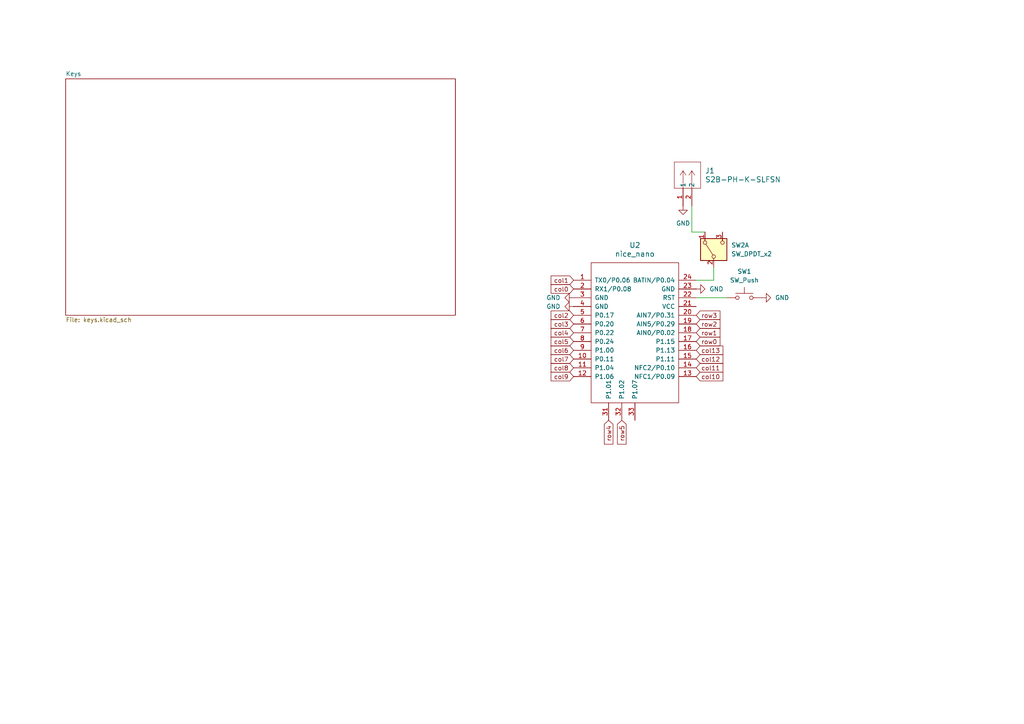
<source format=kicad_sch>
(kicad_sch (version 20231120) (generator "eeschema") (generator_version "8.0")
  (paper "A4")
  (lib_symbols
    (symbol "2025-01-25_19-46-36:S2B-PH-K-SLFSN" (pin_names (offset 0.254))
      (property "Reference" "J" (at 8.89 6.35 0))
      (property "Value" "S2B-PH-K-SLFSN" (at 0 0 0))
      (symbol "S2B-PH-K-SLFSN_1_1"
        (polyline (pts (xy 5.08 -5.08) (xy 12.7 -5.08)) (stroke (width 0.127)))
        (polyline (pts (xy 5.08 2.54) (xy 5.08 -5.08)) (stroke (width 0.127)))
        (polyline (pts (xy 10.16 -2.54) (xy 5.08 -2.54)) (stroke (width 0.127)))
        (polyline (pts (xy 10.16 -2.54) (xy 8.89 -3.3867)) (stroke (width 0.127)))
        (polyline (pts (xy 10.16 -2.54) (xy 8.89 -1.6933)) (stroke (width 0.127)))
        (polyline (pts (xy 10.16 0) (xy 5.08 0)) (stroke (width 0.127)))
        (polyline (pts (xy 10.16 0) (xy 8.89 -0.8467)) (stroke (width 0.127)))
        (polyline (pts (xy 10.16 0) (xy 8.89 0.8467)) (stroke (width 0.127)))
        (polyline (pts (xy 12.7 -5.08) (xy 12.7 2.54)) (stroke (width 0.127)))
        (polyline (pts (xy 12.7 2.54) (xy 5.08 2.54)) (stroke (width 0.127)))
        (pin unspecified line (at 0 0 0) (length 5.08) (name "1") (number "1"))
        (pin unspecified line (at 0 -2.54 0) (length 5.08) (name "2") (number "2"))
      )
      (symbol "S2B-PH-K-SLFSN_1_2"
        (polyline (pts (xy 5.08 -5.08) (xy 12.7 -5.08)) (stroke (width 0.127)))
        (polyline (pts (xy 5.08 2.54) (xy 5.08 -5.08)) (stroke (width 0.127)))
        (polyline (pts (xy 7.62 -2.54) (xy 5.08 -2.54)) (stroke (width 0.127)))
        (polyline (pts (xy 7.62 -2.54) (xy 8.89 -3.3867)) (stroke (width 0.127)))
        (polyline (pts (xy 7.62 -2.54) (xy 8.89 -1.6933)) (stroke (width 0.127)))
        (polyline (pts (xy 7.62 0) (xy 5.08 0)) (stroke (width 0.127)))
        (polyline (pts (xy 7.62 0) (xy 8.89 -0.8467)) (stroke (width 0.127)))
        (polyline (pts (xy 7.62 0) (xy 8.89 0.8467)) (stroke (width 0.127)))
        (polyline (pts (xy 12.7 -5.08) (xy 12.7 2.54)) (stroke (width 0.127)))
        (polyline (pts (xy 12.7 2.54) (xy 5.08 2.54)) (stroke (width 0.127)))
        (pin unspecified line (at 0 0 0) (length 5.08) (name "1") (number "1"))
        (pin unspecified line (at 0 -2.54 0) (length 5.08) (name "2") (number "2"))
      )
    )
    (symbol "NiceNano:nice_nano" (pin_names (offset 1.016))
      (property "Reference" "U" (at 0 0 0))
      (property "Value" "nice_nano" (at 0 2.54 0))
      (symbol "nice_nano_0_1"
        (rectangle (start -12.7 -21.59) (end 12.7 19.05))
      )
      (symbol "nice_nano_1_1"
        (pin input line (at -17.78 13.97 0) (length 5.08) (name "TX0/P0.06") (number "1"))
        (pin input line (at -17.78 -8.89 0) (length 5.08) (name "P0.11") (number "10"))
        (pin input line (at -17.78 -11.43 0) (length 5.08) (name "P1.04") (number "11"))
        (pin input line (at -17.78 -13.97 0) (length 5.08) (name "P1.06") (number "12"))
        (pin input line (at 17.78 -13.97 180) (length 5.08) (name "NFC1/P0.09") (number "13"))
        (pin input line (at 17.78 -11.43 180) (length 5.08) (name "NFC2/P0.10") (number "14"))
        (pin input line (at 17.78 -8.89 180) (length 5.08) (name "P1.11") (number "15"))
        (pin input line (at 17.78 -6.35 180) (length 5.08) (name "P1.13") (number "16"))
        (pin input line (at 17.78 -3.81 180) (length 5.08) (name "P1.15") (number "17"))
        (pin input line (at 17.78 -1.27 180) (length 5.08) (name "AIN0/P0.02") (number "18"))
        (pin input line (at 17.78 1.27 180) (length 5.08) (name "AIN5/P0.29") (number "19"))
        (pin input line (at -17.78 11.43 0) (length 5.08) (name "RX1/P0.08") (number "2"))
        (pin input line (at 17.78 3.81 180) (length 5.08) (name "AIN7/P0.31") (number "20"))
        (pin input line (at 17.78 6.35 180) (length 5.08) (name "VCC") (number "21"))
        (pin input line (at 17.78 8.89 180) (length 5.08) (name "RST") (number "22"))
        (pin input line (at 17.78 11.43 180) (length 5.08) (name "GND") (number "23"))
        (pin input line (at 17.78 13.97 180) (length 5.08) (name "BATIN/P0.04") (number "24"))
        (pin input line (at -17.78 8.89 0) (length 5.08) (name "GND") (number "3"))
        (pin input line (at -7.62 -26.67 90) (length 5.08) (name "P1.01") (number "31"))
        (pin input line (at -3.81 -26.67 90) (length 5.08) (name "P1.02") (number "32"))
        (pin input line (at 0 -26.67 90) (length 5.08) (name "P1.07") (number "33"))
        (pin input line (at -17.78 6.35 0) (length 5.08) (name "GND") (number "4"))
        (pin input line (at -17.78 3.81 0) (length 5.08) (name "P0.17") (number "5"))
        (pin input line (at -17.78 1.27 0) (length 5.08) (name "P0.20") (number "6"))
        (pin input line (at -17.78 -1.27 0) (length 5.08) (name "P0.22") (number "7"))
        (pin input line (at -17.78 -3.81 0) (length 5.08) (name "P0.24") (number "8"))
        (pin input line (at -17.78 -6.35 0) (length 5.08) (name "P1.00") (number "9"))
      )
    )
    (symbol "Switch:SW_DPDT_x2" (pin_names (offset 0) hide)
      (property "Reference" "SW" (at 0 5.08 0))
      (property "Value" "SW_DPDT_x2" (at 0 -5.08 0))
      (symbol "SW_DPDT_x2_0_0"
        (circle (center -2.032 0) (radius 0.508))
        (circle (center 2.032 -2.54) (radius 0.508))
      )
      (symbol "SW_DPDT_x2_0_1"
        (rectangle (start -3.175 3.81) (end 3.175 -3.81) (stroke (width 0.254)) (fill (type background)))
        (polyline (pts (xy -1.524 0.254) (xy 1.5748 2.286)))
        (circle (center 2.032 2.54) (radius 0.508))
      )
      (symbol "SW_DPDT_x2_1_1"
        (pin passive line (at 5.08 2.54 180) (length 2.54) (name "A") (number "1"))
        (pin passive line (at -5.08 0 0) (length 2.54) (name "B") (number "2"))
        (pin passive line (at 5.08 -2.54 180) (length 2.54) (name "C") (number "3"))
      )
      (symbol "SW_DPDT_x2_2_1"
        (pin passive line (at 5.08 2.54 180) (length 2.54) (name "A") (number "4"))
        (pin passive line (at -5.08 0 0) (length 2.54) (name "B") (number "5"))
        (pin passive line (at 5.08 -2.54 180) (length 2.54) (name "C") (number "6"))
      )
    )
    (symbol "Switch:SW_Push" (pin_numbers hide) (pin_names (offset 1.016) hide)
      (property "Reference" "SW" (at 1.27 2.54 0))
      (property "Value" "SW_Push" (at 0 -1.524 0))
      (symbol "SW_Push_0_1"
        (circle (center -2.032 0) (radius 0.508))
        (polyline (pts (xy 0 1.27) (xy 0 3.048)))
        (polyline (pts (xy 2.54 1.27) (xy -2.54 1.27)))
        (circle (center 2.032 0) (radius 0.508))
        (pin passive line (at -5.08 0 0) (length 2.54) (name "1") (number "1"))
        (pin passive line (at 5.08 0 180) (length 2.54) (name "2") (number "2"))
      )
    )
    (symbol "power:GND" (power) (pin_numbers hide) (pin_names (offset 0) hide)
      (property "Value" "GND" (at 0 -3.81 0))
      (symbol "GND_0_1"
        (polyline (pts (xy 0 0) (xy 0 -1.27) (xy 1.27 -1.27) (xy 0 -2.54) (xy -1.27 -1.27) (xy 0 -1.27)))
      )
      (symbol "GND_1_1"
        (pin power_in line (at 0 0 270) (length 0) (name "~") (number "1"))
      )
    )
  )
  (wire (pts (xy 207.01 77.47) (xy 207.01 81.28)))
  (wire (pts (xy 201.93 86.36) (xy 210.82 86.36)))
  (wire (pts (xy 200.66 67.31) (xy 200.66 59.69)))
  (wire (pts (xy 200.66 67.31) (xy 204.47 67.31)))
  (wire (pts (xy 207.01 81.28) (xy 201.93 81.28)))
  (global_label "col13" (shape input) (at 201.93 101.6 0) (property "Intersheetrefs" "${INTERSHEET_REFS}" (effects (hide yes))))
  (global_label "row3" (shape input) (at 201.93 91.44 0) (property "Intersheetrefs" "${INTERSHEET_REFS}" (effects (hide yes))))
  (global_label "col12" (shape input) (at 201.93 104.14 0) (property "Intersheetrefs" "${INTERSHEET_REFS}" (effects (hide yes))))
  (global_label "col0" (shape input) (at 166.37 83.82 180) (property "Intersheetrefs" "${INTERSHEET_REFS}" (effects (hide yes))))
  (global_label "col3" (shape input) (at 166.37 93.98 180) (property "Intersheetrefs" "${INTERSHEET_REFS}" (effects (hide yes))))
  (global_label "col6" (shape input) (at 166.37 101.6 180) (property "Intersheetrefs" "${INTERSHEET_REFS}" (effects (hide yes))))
  (global_label "row4" (shape input) (at 176.53 121.92 270) (property "Intersheetrefs" "${INTERSHEET_REFS}" (effects (hide yes))))
  (global_label "row1" (shape input) (at 201.93 96.52 0) (property "Intersheetrefs" "${INTERSHEET_REFS}" (effects (hide yes))))
  (global_label "col11" (shape input) (at 201.93 106.68 0) (property "Intersheetrefs" "${INTERSHEET_REFS}" (effects (hide yes))))
  (global_label "col7" (shape input) (at 166.37 104.14 180) (property "Intersheetrefs" "${INTERSHEET_REFS}" (effects (hide yes))))
  (global_label "row5" (shape input) (at 180.34 121.92 270) (property "Intersheetrefs" "${INTERSHEET_REFS}" (effects (hide yes))))
  (global_label "col10" (shape input) (at 201.93 109.22 0) (property "Intersheetrefs" "${INTERSHEET_REFS}" (effects (hide yes))))
  (global_label "col8" (shape input) (at 166.37 106.68 180) (property "Intersheetrefs" "${INTERSHEET_REFS}" (effects (hide yes))))
  (global_label "col4" (shape input) (at 166.37 96.52 180) (property "Intersheetrefs" "${INTERSHEET_REFS}" (effects (hide yes))))
  (global_label "col2" (shape input) (at 166.37 91.44 180) (property "Intersheetrefs" "${INTERSHEET_REFS}" (effects (hide yes))))
  (global_label "col9" (shape input) (at 166.37 109.22 180) (property "Intersheetrefs" "${INTERSHEET_REFS}" (effects (hide yes))))
  (global_label "col1" (shape input) (at 166.37 81.28 180) (property "Intersheetrefs" "${INTERSHEET_REFS}" (effects (hide yes))))
  (global_label "row2" (shape input) (at 201.93 93.98 0) (property "Intersheetrefs" "${INTERSHEET_REFS}" (effects (hide yes))))
  (global_label "row0" (shape input) (at 201.93 99.06 0) (property "Intersheetrefs" "${INTERSHEET_REFS}" (effects (hide yes))))
  (global_label "col5" (shape input) (at 166.37 99.06 180) (property "Intersheetrefs" "${INTERSHEET_REFS}" (effects (hide yes))))
  (symbol (lib_id "Switch:SW_Push") (at 215.9 86.36 0) (unit 1)
    (property "Reference" "SW1" (at 215.9 78.74 0))
    (property "Value" "SW_Push" (at 215.9 81.28 0))
    (property "Footprint" "Button_Switch_SMD:SW_SPST_TL3342" (effects (hide yes)))
    (property "Description" "Push button switch, generic, two pins" (effects (hide yes)))
  )
  (symbol (lib_id "power:GND") (at 166.37 86.36 270) (unit 1)
    (property "Reference" "#PWR01" (effects (hide yes)))
    (property "Value" "GND" (at 162.56 86.3599 90) (effects (justify right)))
    (property "Description" "Power symbol creates a global label with name \"GND\" , ground" (effects (hide yes)))
  )
  (symbol (lib_id "power:GND") (at 166.37 88.9 270) (unit 1)
    (property "Reference" "#PWR02" (effects (hide yes)))
    (property "Value" "GND" (at 162.56 88.8999 90) (effects (justify right)))
    (property "Description" "Power symbol creates a global label with name \"GND\" , ground" (effects (hide yes)))
  )
  (symbol (lib_id "power:GND") (at 201.93 83.82 90) (unit 1)
    (property "Reference" "#PWR03" (effects (hide yes)))
    (property "Value" "GND" (at 205.74 83.8199 90) (effects (justify right)))
    (property "Description" "Power symbol creates a global label with name \"GND\" , ground" (effects (hide yes)))
  )
  (symbol (lib_id "2025-01-25_19-46-36:S2B-PH-K-SLFSN") (at 198.12 59.69 90) (unit 1)
    (property "Reference" "J1" (at 204.47 49.5299 90) (effects (font (size 1.524 1.524)) (justify right)))
    (property "Value" "S2B-PH-K-SLFSN" (at 204.47 52.0699 90) (effects (font (size 1.524 1.524)) (justify right)))
    (property "Footprint" "Connector_JST:JST_PH_S2B-PH-K_1x02_P2.00mm_Horizontal" (effects (hide yes)))
    (property "Datasheet" "S2B-PH-K-SLFSN" (effects (hide yes)))
  )
  (symbol (lib_id "power:GND") (at 220.98 86.36 90) (unit 1)
    (property "Reference" "#PWR04" (effects (hide yes)))
    (property "Value" "GND" (at 224.79 86.3599 90) (effects (justify right)))
    (property "Description" "Power symbol creates a global label with name \"GND\" , ground" (effects (hide yes)))
  )
  (symbol (lib_id "NiceNano:nice_nano") (at 184.15 95.25 0) (unit 1)
    (property "Reference" "U2" (at 184.15 71.12 0) (effects (font (size 1.524 1.524))))
    (property "Value" "nice_nano" (at 184.15 73.66 0) (effects (font (size 1.524 1.524))))
    (property "Footprint" "Nice_Nano:nice_nano" (effects (hide yes)))
  )
  (symbol (lib_id "power:GND") (at 198.12 59.69 0) (unit 1)
    (property "Reference" "#PWR05" (effects (hide yes)))
    (property "Value" "GND" (at 198.12 64.77 0))
    (property "Description" "Power symbol creates a global label with name \"GND\" , ground" (effects (hide yes)))
  )
  (symbol (lib_id "Switch:SW_DPDT_x2") (at 207.01 72.39 90) (unit 1)
    (property "Reference" "SW2" (at 212.09 71.1199 90) (effects (justify right)))
    (property "Value" "SW_DPDT_x2" (at 212.09 73.6599 90) (effects (justify right)))
    (property "Footprint" "JS102011SAQN:SW_JS102011SAQN" (effects (hide yes)))
    (property "Description" "Switch, dual pole double throw, separate symbols" (effects (hide yes)))
  )
  (sheet (at 19.05 22.86) (size 113.03 68.58) (stroke (width 0.1524))
    (property "Sheetname" "Keys" (at 19.05 22.1484 0) (effects (justify left bottom)))
    (property "Sheetfile" "keys.kicad_sch" (at 19.05 92.0246 0) (effects (justify left top)))
  )
)
</source>
